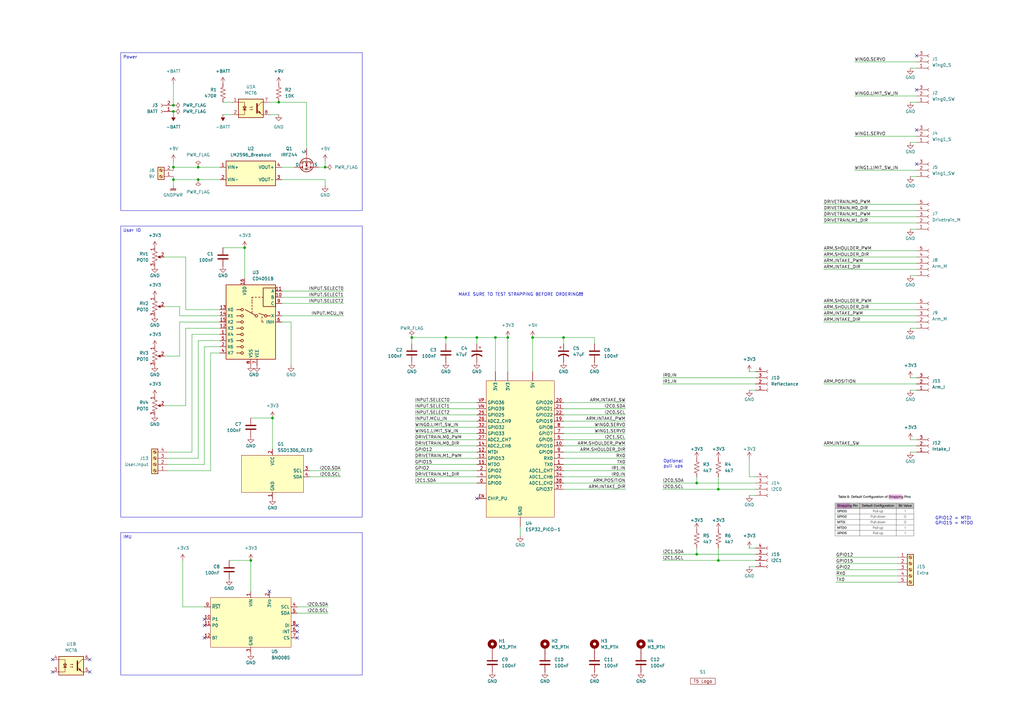
<source format=kicad_sch>
(kicad_sch (version 20250114) (generator "eeschema") (generator_version "9.0")
  (paper "A3")
  (title_block (title "Robot Motherboard") (date "2025-07-03") (rev "A") (company "Team 5") (comment 1 "George Sleen"))
  (bus_alias "WING" (members "MID_HALL_IN" "FAR_HALL_IN" "LIMIT_SW_IN"))
  (text "Optional\npull ups" (at 272.034 190.246 0) (effects (font (size 1.27 1.27)) (justify left)))
  (text "GPIO12 = MTDI\nGPIO15 = MTDO\n" (at 383.54 213.614 0) (effects (font (size 1.27 1.27)) (justify left)))
  (text "MAKE SURE TO TEST STRAPPING BEFORE ORDERING!!!" (at 213.614 120.904 0) (effects (font (size 1.27 1.27))))
  (text_box "User IO" (at 49.53 92.71 0) (size 99.06 119.38) (margins 0.9525 0.9525 0.9525 0.9525) (effects (font (size 1.27 1.27)) (justify left top)))
  (text_box "Power" (at 49.53 21.59 0) (size 99.06 64.77) (margins 0.9525 0.9525 0.9525 0.9525) (effects (font (size 1.27 1.27)) (justify left top)))
  (text_box "IMU" (at 49.53 218.44 0) (size 99.06 58.42) (margins 0.9525 0.9525 0.9525 0.9525) (effects (font (size 1.27 1.27)) (justify left top)))
  (junction (at 168.91 138.43))
  (junction (at 231.14 138.43))
  (junction (at 100.33 101.6))
  (junction (at 71.12 68.58))
  (junction (at 218.44 138.43))
  (junction (at 285.75 198.12))
  (junction (at 285.75 227.33))
  (junction (at 182.88 138.43))
  (junction (at 294.64 200.66))
  (junction (at 294.64 229.87))
  (junction (at 71.12 45.72))
  (junction (at 71.12 73.66))
  (junction (at 102.87 229.87))
  (junction (at 203.2 138.43))
  (junction (at 81.28 68.58))
  (junction (at 133.35 68.58))
  (junction (at 208.28 138.43))
  (junction (at 81.28 73.66))
  (junction (at 71.12 43.18))
  (junction (at 111.76 171.45))
  (junction (at 195.58 138.43))
  (junction (at 114.3 41.91))
  (no_connect (at 36.83 270.51))
  (no_connect (at 195.58 204.47))
  (no_connect (at 21.59 270.51))
  (no_connect (at 21.59 275.59))
  (no_connect (at 121.92 259.08))
  (no_connect (at 83.82 256.54))
  (no_connect (at 375.92 67.31))
  (no_connect (at 83.82 261.62))
  (no_connect (at 375.92 36.83))
  (no_connect (at 121.92 261.62))
  (no_connect (at 36.83 275.59))
  (no_connect (at 375.92 22.86))
  (no_connect (at 375.92 53.34))
  (no_connect (at 110.49 242.57))
  (no_connect (at 121.92 256.54))
  (no_connect (at 83.82 254))
  (wire (pts (xy 218.44 138.43) (xy 231.14 138.43)))
  (wire (pts (xy 337.82 102.87) (xy 375.92 102.87)))
  (wire (pts (xy 86.36 193.04) (xy 68.58 193.04)))
  (wire (pts (xy 375.92 185.42) (xy 373.38 185.42)))
  (wire (pts (xy 203.2 138.43) (xy 195.58 138.43)))
  (wire (pts (xy 90.17 132.08) (xy 73.66 132.08)))
  (wire (pts (xy 83.82 142.24) (xy 90.17 142.24)))
  (wire (pts (xy 91.44 41.91) (xy 95.25 41.91)))
  (wire (pts (xy 271.78 229.87) (xy 294.64 229.87)))
  (wire (pts (xy 373.38 180.34) (xy 375.92 180.34)))
  (wire (pts (xy 170.18 182.88) (xy 195.58 182.88)))
  (wire (pts (xy 182.88 138.43) (xy 195.58 138.43)))
  (wire (pts (xy 114.3 46.99) (xy 110.49 46.99)))
  (wire (pts (xy 309.88 203.2) (xy 307.34 203.2)))
  (wire (pts (xy 102.87 229.87) (xy 102.87 242.57)))
  (wire (pts (xy 309.88 232.41) (xy 307.34 232.41)))
  (wire (pts (xy 120.65 68.58) (xy 115.57 68.58)))
  (wire (pts (xy 342.9 236.22) (xy 368.3 236.22)))
  (wire (pts (xy 350.52 25.4) (xy 375.92 25.4)))
  (wire (pts (xy 115.57 121.92) (xy 140.97 121.92)))
  (wire (pts (xy 337.82 86.36) (xy 375.92 86.36)))
  (wire (pts (xy 134.62 248.92) (xy 121.92 248.92)))
  (wire (pts (xy 375.92 58.42) (xy 373.38 58.42)))
  (wire (pts (xy 375.92 27.94) (xy 373.38 27.94)))
  (wire (pts (xy 294.64 200.66) (xy 309.88 200.66)))
  (wire (pts (xy 170.18 175.26) (xy 195.58 175.26)))
  (wire (pts (xy 140.97 119.38) (xy 115.57 119.38)))
  (wire (pts (xy 337.82 129.54) (xy 375.92 129.54)))
  (wire (pts (xy 168.91 140.97) (xy 168.91 138.43)))
  (wire (pts (xy 71.12 43.18) (xy 71.12 34.29)))
  (wire (pts (xy 294.64 224.79) (xy 294.64 229.87)))
  (wire (pts (xy 168.91 138.43) (xy 182.88 138.43)))
  (wire (pts (xy 133.35 73.66) (xy 133.35 76.2)))
  (wire (pts (xy 208.28 152.4) (xy 208.28 138.43)))
  (wire (pts (xy 71.12 73.66) (xy 71.12 76.2)))
  (wire (pts (xy 307.34 224.79) (xy 309.88 224.79)))
  (wire (pts (xy 203.2 152.4) (xy 203.2 138.43)))
  (wire (pts (xy 86.36 144.78) (xy 86.36 193.04)))
  (wire (pts (xy 170.18 195.58) (xy 195.58 195.58)))
  (wire (pts (xy 140.97 129.54) (xy 115.57 129.54)))
  (wire (pts (xy 342.9 233.68) (xy 368.3 233.68)))
  (wire (pts (xy 91.44 46.99) (xy 95.25 46.99)))
  (wire (pts (xy 73.66 146.05) (xy 67.31 146.05)))
  (wire (pts (xy 76.2 134.62) (xy 76.2 166.37)))
  (wire (pts (xy 90.17 134.62) (xy 76.2 134.62)))
  (wire (pts (xy 307.34 195.58) (xy 309.88 195.58)))
  (wire (pts (xy 170.18 167.64) (xy 195.58 167.64)))
  (wire (pts (xy 83.82 190.5) (xy 83.82 142.24)))
  (wire (pts (xy 91.44 101.6) (xy 100.33 101.6)))
  (wire (pts (xy 342.9 238.76) (xy 368.3 238.76)))
  (wire (pts (xy 337.82 132.08) (xy 375.92 132.08)))
  (wire (pts (xy 111.76 171.45) (xy 111.76 184.15)))
  (wire (pts (xy 256.54 175.26) (xy 231.14 175.26)))
  (wire (pts (xy 119.38 132.08) (xy 115.57 132.08)))
  (wire (pts (xy 256.54 195.58) (xy 231.14 195.58)))
  (wire (pts (xy 256.54 182.88) (xy 231.14 182.88)))
  (wire (pts (xy 337.82 88.9) (xy 375.92 88.9)))
  (wire (pts (xy 170.18 185.42) (xy 195.58 185.42)))
  (wire (pts (xy 67.31 105.41) (xy 76.2 105.41)))
  (wire (pts (xy 195.58 138.43) (xy 195.58 140.97)))
  (wire (pts (xy 170.18 180.34) (xy 195.58 180.34)))
  (wire (pts (xy 294.64 229.87) (xy 309.88 229.87)))
  (wire (pts (xy 256.54 198.12) (xy 231.14 198.12)))
  (wire (pts (xy 93.98 229.87) (xy 102.87 229.87)))
  (wire (pts (xy 256.54 180.34) (xy 231.14 180.34)))
  (wire (pts (xy 133.35 68.58) (xy 130.81 68.58)))
  (wire (pts (xy 256.54 165.1) (xy 231.14 165.1)))
  (wire (pts (xy 285.75 198.12) (xy 309.88 198.12)))
  (wire (pts (xy 231.14 138.43) (xy 243.84 138.43)))
  (wire (pts (xy 375.92 72.39) (xy 373.38 72.39)))
  (wire (pts (xy 337.82 124.46) (xy 375.92 124.46)))
  (wire (pts (xy 90.17 139.7) (xy 81.28 139.7)))
  (wire (pts (xy 76.2 127) (xy 90.17 127)))
  (wire (pts (xy 139.7 195.58) (xy 127 195.58)))
  (wire (pts (xy 74.93 229.87) (xy 74.93 248.92)))
  (wire (pts (xy 375.92 93.98) (xy 373.38 93.98)))
  (wire (pts (xy 307.34 187.96) (xy 307.34 195.58)))
  (wire (pts (xy 337.82 182.88) (xy 375.92 182.88)))
  (wire (pts (xy 256.54 200.66) (xy 231.14 200.66)))
  (wire (pts (xy 73.66 129.54) (xy 90.17 129.54)))
  (wire (pts (xy 337.82 105.41) (xy 375.92 105.41)))
  (wire (pts (xy 256.54 177.8) (xy 231.14 177.8)))
  (wire (pts (xy 243.84 138.43) (xy 243.84 140.97)))
  (wire (pts (xy 350.52 55.88) (xy 375.92 55.88)))
  (wire (pts (xy 76.2 105.41) (xy 76.2 127)))
  (wire (pts (xy 342.9 231.14) (xy 368.3 231.14)))
  (wire (pts (xy 271.78 157.48) (xy 309.88 157.48)))
  (wire (pts (xy 307.34 152.4) (xy 309.88 152.4)))
  (wire (pts (xy 115.57 124.46) (xy 140.97 124.46)))
  (wire (pts (xy 71.12 72.39) (xy 71.12 73.66)))
  (wire (pts (xy 133.35 66.04) (xy 133.35 68.58)))
  (wire (pts (xy 71.12 66.04) (xy 71.12 68.58)))
  (wire (pts (xy 133.35 73.66) (xy 115.57 73.66)))
  (wire (pts (xy 68.58 185.42) (xy 78.74 185.42)))
  (wire (pts (xy 337.82 127) (xy 375.92 127)))
  (wire (pts (xy 375.92 160.02) (xy 373.38 160.02)))
  (wire (pts (xy 256.54 167.64) (xy 231.14 167.64)))
  (wire (pts (xy 170.18 165.1) (xy 195.58 165.1)))
  (wire (pts (xy 119.38 132.08) (xy 119.38 149.86)))
  (wire (pts (xy 90.17 144.78) (xy 86.36 144.78)))
  (wire (pts (xy 170.18 198.12) (xy 195.58 198.12)))
  (wire (pts (xy 294.64 195.58) (xy 294.64 200.66)))
  (wire (pts (xy 100.33 101.6) (xy 100.33 114.3)))
  (wire (pts (xy 271.78 198.12) (xy 285.75 198.12)))
  (wire (pts (xy 375.92 113.03) (xy 373.38 113.03)))
  (wire (pts (xy 285.75 195.58) (xy 285.75 198.12)))
  (wire (pts (xy 256.54 190.5) (xy 231.14 190.5)))
  (wire (pts (xy 78.74 185.42) (xy 78.74 137.16)))
  (wire (pts (xy 375.92 41.91) (xy 373.38 41.91)))
  (wire (pts (xy 114.3 41.91) (xy 110.49 41.91)))
  (wire (pts (xy 81.28 187.96) (xy 68.58 187.96)))
  (wire (pts (xy 125.73 41.91) (xy 114.3 41.91)))
  (wire (pts (xy 170.18 193.04) (xy 195.58 193.04)))
  (wire (pts (xy 74.93 248.92) (xy 83.82 248.92)))
  (wire (pts (xy 81.28 68.58) (xy 90.17 68.58)))
  (wire (pts (xy 170.18 170.18) (xy 195.58 170.18)))
  (wire (pts (xy 337.82 157.48) (xy 375.92 157.48)))
  (wire (pts (xy 256.54 172.72) (xy 231.14 172.72)))
  (wire (pts (xy 134.62 251.46) (xy 121.92 251.46)))
  (wire (pts (xy 337.82 110.49) (xy 375.92 110.49)))
  (wire (pts (xy 76.2 166.37) (xy 67.31 166.37)))
  (wire (pts (xy 78.74 137.16) (xy 90.17 137.16)))
  (wire (pts (xy 71.12 73.66) (xy 81.28 73.66)))
  (wire (pts (xy 309.88 160.02) (xy 307.34 160.02)))
  (wire (pts (xy 375.92 134.62) (xy 373.38 134.62)))
  (wire (pts (xy 213.36 219.71) (xy 213.36 215.9)))
  (wire (pts (xy 337.82 91.44) (xy 375.92 91.44)))
  (wire (pts (xy 68.58 190.5) (xy 83.82 190.5)))
  (wire (pts (xy 71.12 45.72) (xy 71.12 46.99)))
  (wire (pts (xy 81.28 73.66) (xy 90.17 73.66)))
  (wire (pts (xy 73.66 132.08) (xy 73.66 146.05)))
  (wire (pts (xy 271.78 154.94) (xy 309.88 154.94)))
  (wire (pts (xy 256.54 187.96) (xy 231.14 187.96)))
  (wire (pts (xy 231.14 138.43) (xy 231.14 140.97)))
  (wire (pts (xy 350.52 39.37) (xy 375.92 39.37)))
  (wire (pts (xy 170.18 187.96) (xy 195.58 187.96)))
  (wire (pts (xy 285.75 227.33) (xy 309.88 227.33)))
  (wire (pts (xy 170.18 172.72) (xy 195.58 172.72)))
  (wire (pts (xy 170.18 177.8) (xy 195.58 177.8)))
  (wire (pts (xy 350.52 69.85) (xy 375.92 69.85)))
  (wire (pts (xy 285.75 224.79) (xy 285.75 227.33)))
  (wire (pts (xy 337.82 83.82) (xy 375.92 83.82)))
  (wire (pts (xy 271.78 227.33) (xy 285.75 227.33)))
  (wire (pts (xy 256.54 170.18) (xy 231.14 170.18)))
  (wire (pts (xy 256.54 185.42) (xy 231.14 185.42)))
  (wire (pts (xy 203.2 138.43) (xy 208.28 138.43)))
  (wire (pts (xy 218.44 152.4) (xy 218.44 138.43)))
  (wire (pts (xy 373.38 154.94) (xy 375.92 154.94)))
  (wire (pts (xy 125.73 60.96) (xy 125.73 41.91)))
  (wire (pts (xy 342.9 228.6) (xy 368.3 228.6)))
  (wire (pts (xy 337.82 107.95) (xy 375.92 107.95)))
  (wire (pts (xy 67.31 125.73) (xy 73.66 125.73)))
  (wire (pts (xy 139.7 193.04) (xy 127 193.04)))
  (wire (pts (xy 182.88 138.43) (xy 182.88 140.97)))
  (wire (pts (xy 73.66 125.73) (xy 73.66 129.54)))
  (wire (pts (xy 271.78 200.66) (xy 294.64 200.66)))
  (wire (pts (xy 81.28 139.7) (xy 81.28 187.96)))
  (wire (pts (xy 71.12 68.58) (xy 71.12 69.85)))
  (wire (pts (xy 170.18 190.5) (xy 195.58 190.5)))
  (wire (pts (xy 71.12 68.58) (xy 81.28 68.58)))
  (wire (pts (xy 256.54 193.04) (xy 231.14 193.04)))
  (wire (pts (xy 102.87 171.45) (xy 111.76 171.45)))
  (image (at 359.41 212.09))
  (label "DRIVETRAIN.M1_DIR" (at 337.82 91.44 0))
  (label "I2C0.SCL" (at 134.62 251.46 180))
  (label "I2C0.SDA" (at 139.7 193.04 180))
  (label "GPIO2" (at 342.9 233.68 0))
  (label "ARM.SHOULDER_PWM" (at 337.82 102.87 0))
  (label "RX0" (at 342.9 236.22 0))
  (label "ARM.INTAKE_PWM" (at 337.82 107.95 0))
  (label "IR0.IN" (at 271.78 154.94 0))
  (label "DRIVETRAIN.M1_PWM" (at 337.82 88.9 0))
  (label "I2C0.SCL" (at 139.7 195.58 180))
  (label "WING0.SERVO" (at 350.52 25.4 0))
  (label "IR1.IN" (at 256.54 193.04 180))
  (label "ARM.INTAKE_PWM" (at 256.54 172.72 180))
  (label "GPIO12" (at 342.9 228.6 0))
  (label "INPUT.SELECT2" (at 170.18 170.18 0))
  (label "INPUT.MCU_IN" (at 140.97 129.54 180))
  (label "I2C1.SCL" (at 271.78 229.87 0))
  (label "ARM.POSITION" (at 256.54 198.12 180))
  (label "ARM.SHOULDER_DIR" (at 256.54 185.42 180))
  (label "RX0" (at 256.54 187.96 180))
  (label "ARM.SHOULDER_PWM" (at 337.82 124.46 0))
  (label "ARM.SHOULDER_PWM" (at 256.54 182.88 180))
  (label "I2C0.SCL" (at 271.78 200.66 0))
  (label "WING0.LIMIT_SW_IN" (at 350.52 39.37 0))
  (label "GPIO15" (at 170.18 190.5 0))
  (label "ARM.POSITION" (at 337.82 157.48 0))
  (label "GPIO12" (at 170.18 185.42 0))
  (label "TX0" (at 256.54 190.5 180))
  (label "WING1.LIMIT_SW_IN" (at 350.52 69.85 0))
  (label "DRIVETRAIN.M0_DIR" (at 170.18 182.88 0))
  (label "ARM.INTAKE_DIR" (at 337.82 110.49 0))
  (label "WING1.LIMIT_SW_IN" (at 170.18 177.8 0))
  (label "I2C1.SCL" (at 256.54 180.34 180))
  (label "INPUT.SELECT1" (at 140.97 121.92 180))
  (label "I2C1.SDA" (at 170.18 198.12 0))
  (label "DRIVETRAIN.M1_PWM" (at 170.18 187.96 0))
  (label "IR1.IN" (at 271.78 157.48 0))
  (label "WING1.SERVO" (at 350.52 55.88 0))
  (label "DRIVETRAIN.M1_DIR" (at 170.18 195.58 0))
  (label "ARM.INTAKE_SW" (at 256.54 165.1 180))
  (label "WING0.LIMIT_SW_IN" (at 170.18 175.26 0))
  (label "DRIVETRAIN.M0_DIR" (at 337.82 86.36 0))
  (label "I2C0.SCL" (at 256.54 170.18 180))
  (label "INPUT.SELECT0" (at 140.97 119.38 180))
  (label "I2C0.SDA" (at 271.78 198.12 0))
  (label "I2C0.SDA" (at 256.54 167.64 180))
  (label "GPIO15" (at 342.9 231.14 0))
  (label "INPUT.SELECT2" (at 140.97 124.46 180))
  (label "GPIO2" (at 170.18 193.04 0))
  (label "ARM.INTAKE_DIR" (at 256.54 200.66 180))
  (label "I2C1.SDA" (at 271.78 227.33 0))
  (label "ARM.INTAKE_DIR" (at 337.82 132.08 0))
  (label "WING0.SERVO" (at 256.54 175.26 180))
  (label "ARM.SHOULDER_DIR" (at 337.82 105.41 0))
  (label "DRIVETRAIN.M0_PWM" (at 170.18 180.34 0))
  (label "DRIVETRAIN.M0_PWM" (at 337.82 83.82 0))
  (label "I2C0.SDA" (at 134.62 248.92 180))
  (label "WING1.SERVO" (at 256.54 177.8 180))
  (label "TX0" (at 342.9 238.76 0))
  (label "ARM.INTAKE_PWM" (at 337.82 129.54 0))
  (label "IR0.IN" (at 256.54 195.58 180))
  (label "INPUT.SELECT1" (at 170.18 167.64 0))
  (label "ARM.INTAKE_SW" (at 337.82 182.88 0))
  (label "INPUT.MCU_IN" (at 170.18 172.72 0))
  (label "INPUT.SELECT0" (at 170.18 165.1 0))
  (label "ARM.SHOULDER_DIR" (at 337.82 127 0))
  (symbol (lib_id "GS_Resistor_THT:R_250mW") (at 285.75 220.98 0) (unit 1)
    (property "Reference" "R5" (at 288.29 219.7099 0) (effects (justify left)))
    (property "Value" "4k7" (at 288.29 222.2499 0) (effects (justify left)))
    (property "Footprint" "Resistor_THT:R_Axial_DIN0309_L9.0mm_D3.2mm_P12.70mm_Horizontal" (effects (hide yes)))
    (property "Description" "Resistor, US symbol" (effects (hide yes)))
  )
  (symbol (lib_id "Connector:Conn_01x05_Socket") (at 381 107.95 0) (mirror x) (unit 1)
    (property "Reference" "J8" (at 382.27 106.68 0) (effects (justify left)))
    (property "Value" "Arm_M" (at 382.27 109.22 0) (effects (justify left)))
    (property "Footprint" "Connector_JST:JST_XH_B6B-XH-A_1x06_P2.50mm_Vertical" (effects (hide yes)))
    (property "Description" "Generic connector, single row, 01x05, script generated" (effects (hide yes)))
  )
  (symbol (lib_id "power:-BATT") (at 71.12 46.99 180) (unit 1)
    (property "Reference" "#PWR06" (effects (hide yes)))
    (property "Value" "-BATT" (at 71.12 52.07 0))
    (property "Description" "Power symbol creates a global label with name \"-BATT\"" (effects (hide yes)))
  )
  (symbol (lib_id "power:GND") (at 102.87 267.97 0) (unit 1)
    (property "Reference" "#PWR059" (effects (hide yes)))
    (property "Value" "GND" (at 102.87 271.78 0))
    (property "Description" "Power symbol creates a global label with name \"GND\" , ground" (effects (hide yes)))
  )
  (symbol (lib_id "GS_Resistor_THT:R_250mW") (at 114.3 38.1 180) (unit 1)
    (property "Reference" "R2" (at 116.84 36.8299 0) (effects (justify right)))
    (property "Value" "10K" (at 116.84 39.3699 0) (effects (justify right)))
    (property "Footprint" "Resistor_THT:R_Axial_DIN0309_L9.0mm_D3.2mm_P12.70mm_Horizontal" (effects (hide yes)))
    (property "Description" "Resistor, US symbol" (effects (hide yes)))
  )
  (symbol (lib_id "power:GND") (at 373.38 72.39 0) (unit 1)
    (property "Reference" "#PWR012" (effects (hide yes)))
    (property "Value" "GND" (at 373.38 76.2 0))
    (property "Description" "Power symbol creates a global label with name \"GND\" , ground" (effects (hide yes)))
  )
  (symbol (lib_id "power:GND") (at 201.93 275.59 0) (unit 1)
    (property "Reference" "#PWR060" (effects (hide yes)))
    (property "Value" "GND" (at 201.93 279.4 0))
    (property "Description" "Power symbol creates a global label with name \"GND\" , ground" (effects (hide yes)))
  )
  (symbol (lib_id "power:+3V3") (at 307.34 187.96 0) (unit 1)
    (property "Reference" "#PWR048" (effects (hide yes)))
    (property "Value" "+3V3" (at 307.34 184.15 0))
    (property "Description" "Power symbol creates a global label with name \"+3V3\"" (effects (hide yes)))
  )
  (symbol (lib_id "Connector:Conn_01x05_Socket") (at 381 88.9 0) (mirror x) (unit 1)
    (property "Reference" "J7" (at 382.27 87.63 0) (effects (justify left)))
    (property "Value" "Drivetrain_M" (at 382.27 90.17 0) (effects (justify left)))
    (property "Footprint" "Connector_JST:JST_XH_B6B-XH-A_1x06_P2.50mm_Vertical" (effects (hide yes)))
    (property "Description" "Generic connector, single row, 01x05, script generated" (effects (hide yes)))
  )
  (symbol (lib_id "power:+9V") (at 114.3 34.29 0) (unit 1)
    (property "Reference" "#PWR04" (effects (hide yes)))
    (property "Value" "+9V" (at 114.3 29.21 0))
    (property "Description" "Power symbol creates a global label with name \"+9V\"" (effects (hide yes)))
  )
  (symbol (lib_id "power:GND") (at 373.38 41.91 0) (unit 1)
    (property "Reference" "#PWR05" (effects (hide yes)))
    (property "Value" "GND" (at 373.38 45.72 0))
    (property "Description" "Power symbol creates a global label with name \"GND\" , ground" (effects (hide yes)))
  )
  (symbol (lib_id "power:PWR_FLAG") (at 81.28 68.58 0) (unit 1)
    (property "Reference" "#FLG03" (effects (hide yes)))
    (property "Value" "PWR_FLAG" (at 81.28 63.5 0))
    (property "Description" "Special symbol for telling ERC where power comes from" (effects (hide yes)))
  )
  (symbol (lib_id "GS_Connectors:Screw_Terminal_01x02_2.54mm_Xinya") (at 66.04 71.12 180) (unit 1)
    (property "Reference" "J6" (at 63.5 69.85 0) (effects (justify left)))
    (property "Value" "9V" (at 63.5 72.39 0) (effects (justify left)))
    (property "Footprint" "TerminalBlock:TerminalBlock_Xinya_XY308-2.54-2P_1x02_P2.54mm_Horizontal" (effects (hide yes)))
    (property "Description" "Generic screw terminal, single row, 01x02, script generated (kicad-library-utils/schlib/autogen/connector/)" (effects (hide yes)))
  )
  (symbol (lib_id "Device:R_Potentiometer_US") (at 63.5 125.73 0) (unit 1)
    (property "Reference" "RV2" (at 60.96 124.4599 0) (effects (justify right)))
    (property "Value" "POT0" (at 60.96 126.9999 0) (effects (justify right)))
    (property "Footprint" "GS_Resistors:ENPH253_Potentiometer" (effects (hide yes)))
    (property "Description" "Potentiometer, US symbol" (effects (hide yes)))
  )
  (symbol (lib_id "power:-BATT") (at 91.44 46.99 180) (unit 1)
    (property "Reference" "#PWR07" (effects (hide yes)))
    (property "Value" "-BATT" (at 91.44 52.07 0))
    (property "Description" "Power symbol creates a global label with name \"-BATT\"" (effects (hide yes)))
  )
  (symbol (lib_id "Connector:Screw_Terminal_01x04") (at 63.5 190.5 180) (unit 1)
    (property "Reference" "J13" (at 60.96 187.96 0) (effects (justify left)))
    (property "Value" "User.Input" (at 60.96 190.5 0) (effects (justify left)))
    (property "Footprint" "TerminalBlock:TerminalBlock_Xinya_XY308-2.54-4P_1x04_P2.54mm_Horizontal" (effects (hide yes)))
    (property "Description" "Generic screw terminal, single row, 01x04, script generated (kicad-library-utils/schlib/autogen/connector/)" (effects (hide yes)))
  )
  (symbol (lib_id "power:PWR_FLAG") (at 81.28 73.66 180) (unit 1)
    (property "Reference" "#FLG05" (effects (hide yes)))
    (property "Value" "PWR_FLAG" (at 81.28 78.74 0))
    (property "Description" "Special symbol for telling ERC where power comes from" (effects (hide yes)))
  )
  (symbol (lib_id "power:GND") (at 373.38 160.02 0) (unit 1)
    (property "Reference" "#PWR039" (effects (hide yes)))
    (property "Value" "GND" (at 373.38 163.83 0))
    (property "Description" "Power symbol creates a global label with name \"GND\" , ground" (effects (hide yes)))
  )
  (symbol (lib_id "Connector:Conn_01x03_Socket") (at 381 182.88 0) (mirror x) (unit 1)
    (property "Reference" "J12" (at 382.27 181.61 0) (effects (justify left)))
    (property "Value" "Intake_I" (at 382.27 184.15 0) (effects (justify left)))
    (property "Footprint" "Connector_JST:JST_XH_B3B-XH-A_1x03_P2.50mm_Vertical" (effects (hide yes)))
    (property "Description" "Generic connector, single row, 01x03, script generated" (effects (hide yes)))
  )
  (symbol (lib_id "power:GND") (at 243.84 148.59 0) (unit 1)
    (property "Reference" "#PWR031" (effects (hide yes)))
    (property "Value" "GND" (at 243.84 152.4 0))
    (property "Description" "Power symbol creates a global label with name \"GND\" , ground" (effects (hide yes)))
  )
  (symbol (lib_id "power:GND") (at 93.98 237.49 0) (unit 1)
    (property "Reference" "#PWR058" (effects (hide yes)))
    (property "Value" "GND" (at 93.98 241.3 0))
    (property "Description" "Power symbol creates a global label with name \"GND\" , ground" (effects (hide yes)))
  )
  (symbol (lib_id "power:PWR_FLAG") (at 133.35 68.58 270) (unit 1)
    (property "Reference" "#FLG04" (effects (hide yes)))
    (property "Value" "PWR_FLAG" (at 137.16 68.5799 90) (effects (justify left)))
    (property "Description" "Special symbol for telling ERC where power comes from" (effects (hide yes)))
  )
  (symbol (lib_id "Connector:Conn_01x02_Socket") (at 66.04 45.72 180) (unit 1)
    (property "Reference" "J3" (at 64.77 43.18 0) (effects (justify left)))
    (property "Value" "BATT" (at 64.77 45.72 0) (effects (justify left)))
    (property "Footprint" "Connector_JST:JST_XH_B2B-XH-A_1x02_P2.50mm_Vertical" (effects (hide yes)))
    (property "Description" "Generic connector, single row, 01x02, script generated" (effects (hide yes)))
  )
  (symbol (lib_id "power:+3V3") (at 63.5 162.56 0) (unit 1)
    (property "Reference" "#PWR040" (effects (hide yes)))
    (property "Value" "+3V3" (at 63.5 157.48 0))
    (property "Description" "Power symbol creates a global label with name \"+3V3\"" (effects (hide yes)))
  )
  (symbol (lib_id "Connector:Conn_01x04_Socket") (at 314.96 157.48 0) (mirror x) (unit 1)
    (property "Reference" "J10" (at 316.23 154.94 0) (effects (justify left)))
    (property "Value" "Reflectance" (at 316.23 157.48 0) (effects (justify left)))
    (property "Footprint" "Connector_JST:JST_XH_B4B-XH-A_1x04_P2.50mm_Vertical" (effects (hide yes)))
    (property "Description" "Generic connector, single row, 01x04, script generated" (effects (hide yes)))
  )
  (symbol (lib_id "power:+3V3") (at 307.34 152.4 0) (unit 1)
    (property "Reference" "#PWR036" (effects (hide yes)))
    (property "Value" "+3V3" (at 307.34 147.32 0))
    (property "Description" "Power symbol creates a global label with name \"+3V3\"" (effects (hide yes)))
  )
  (symbol (lib_id "power:GND") (at 63.5 170.18 0) (mirror y) (unit 1)
    (property "Reference" "#PWR041" (effects (hide yes)))
    (property "Value" "GND" (at 63.5 173.99 0))
    (property "Description" "Power symbol creates a global label with name \"GND\" , ground" (effects (hide yes)))
  )
  (symbol (lib_id "GS_Resistor_THT:R_250mW") (at 285.75 191.77 0) (unit 1)
    (property "Reference" "R3" (at 288.29 190.4999 0) (effects (justify left)))
    (property "Value" "4k7" (at 288.29 193.0399 0) (effects (justify left)))
    (property "Footprint" "Resistor_THT:R_Axial_DIN0309_L9.0mm_D3.2mm_P12.70mm_Horizontal" (effects (hide yes)))
    (property "Description" "Resistor, US symbol" (effects (hide yes)))
  )
  (symbol (lib_id "power:+BATT") (at 71.12 34.29 0) (unit 1)
    (property "Reference" "#PWR02" (effects (hide yes)))
    (property "Value" "+BATT" (at 71.12 29.21 0))
    (property "Description" "Power symbol creates a global label with name \"+BATT\"" (effects (hide yes)))
  )
  (symbol (lib_id "power:GND") (at 373.38 113.03 0) (unit 1)
    (property "Reference" "#PWR020" (effects (hide yes)))
    (property "Value" "GND" (at 373.38 116.84 0))
    (property "Description" "Power symbol creates a global label with name \"GND\" , ground" (effects (hide yes)))
  )
  (symbol (lib_id "Connector:Conn_01x04_Socket") (at 314.96 200.66 0) (mirror x) (unit 1)
    (property "Reference" "J14" (at 316.23 198.12 0) (effects (justify left)))
    (property "Value" "I2C0" (at 316.23 200.66 0) (effects (justify left)))
    (property "Footprint" "Connector_JST:JST_XH_B4B-XH-A_1x04_P2.50mm_Vertical" (effects (hide yes)))
    (property "Description" "Generic connector, single row, 01x04, script generated" (effects (hide yes)))
  )
  (symbol (lib_id "power:+9V") (at 71.12 66.04 0) (unit 1)
    (property "Reference" "#PWR010" (effects (hide yes)))
    (property "Value" "+9V" (at 71.12 60.96 0))
    (property "Description" "Power symbol creates a global label with name \"+9V\"" (effects (hide yes)))
  )
  (symbol (lib_id "power:PWR_FLAG") (at 168.91 138.43 0) (mirror y) (unit 1)
    (property "Reference" "#FLG06" (effects (hide yes)))
    (property "Value" "PWR_FLAG" (at 168.9101 134.62 0))
    (property "Description" "Special symbol for telling ERC where power comes from" (effects (hide yes)))
  )
  (symbol (lib_id "GS_Development_Boards:ESP32-PICO-KIT-1") (at 213.36 184.15 0) (unit 1)
    (property "Reference" "U4" (at 215.5033 214.63 0) (effects (justify left)))
    (property "Value" "ESP32_PICO-1" (at 215.5033 217.17 0) (effects (justify left)))
    (property "Footprint" "GS_Development_Boards:ESP32_PICO_1_DEV_KIT" (effects (hide yes)))
    (property "Datasheet" "https://docs.espressif.com/projects/esp-idf/en/v4.4/esp32/hw-reference/esp32/get-started-pico-kit-1.html" (effects (hide yes)))
    (property "Description" "ESP32 development board" (effects (hide yes)))
    (pin "38" (alternate "ADC1_CH2"))
    (pin "15" (alternate "MTDO"))
    (pin "14" (alternate "ADC2_CH6"))
    (pin "35" (alternate "ADC1_CH7"))
    (pin "32" (alternate "GPIO32"))
    (pin "33" (alternate "GPIO33"))
    (pin "34" (alternate "ADC1_CH6"))
    (pin "12" (alternate "MTDI"))
    (pin "13" (alternate "GPIO13"))
    (pin "26" (alternate "ADC2_CH9"))
    (pin "27" (alternate "ADC2_CH7"))
  )
  (symbol (lib_id "GS_Capacitor_THT:C_THT_Ceramic_Disk") (at 182.88 144.78 0) (mirror y) (unit 1)
    (property "Reference" "C3" (at 179.07 143.5099 0) (effects (justify left)))
    (property "Value" "100nF" (at 179.07 146.0499 0) (effects (justify left)))
    (property "Footprint" "Capacitor_THT:C_Disc_D3.0mm_W2.0mm_P2.50mm" (effects (hide yes)))
    (property "Description" "Unpolarized Capacitor" (effects (hide yes)))
  )
  (symbol (lib_id "power:+5V") (at 133.35 66.04 0) (unit 1)
    (property "Reference" "#PWR011" (effects (hide yes)))
    (property "Value" "+5V" (at 133.35 60.96 0))
    (property "Description" "Power symbol creates a global label with name \"+5V\"" (effects (hide yes)))
  )
  (symbol (lib_id "Mechanical:MountingHole_Pad") (at 223.52 265.43 0) (unit 1) (in_bom no)
    (property "Reference" "H2" (at 226.06 262.8899 0) (effects (justify left)))
    (property "Value" "M3_PTH" (at 226.06 265.4299 0) (effects (justify left)))
    (property "Footprint" "MountingHole:MountingHole_3.2mm_M3_Pad" (effects (hide yes)))
    (property "Description" "Mounting Hole with connection" (effects (hide yes)))
  )
  (symbol (lib_id "power:GND") (at 262.89 275.59 0) (unit 1)
    (property "Reference" "#PWR063" (effects (hide yes)))
    (property "Value" "GND" (at 262.89 279.4 0))
    (property "Description" "Power symbol creates a global label with name \"GND\" , ground" (effects (hide yes)))
  )
  (symbol (lib_id "power:+3V3") (at 285.75 217.17 0) (unit 1)
    (property "Reference" "#PWR051" (effects (hide yes)))
    (property "Value" "+3V3" (at 285.75 213.36 0))
    (property "Description" "Power symbol creates a global label with name \"+3V3\"" (effects (hide yes)))
  )
  (symbol (lib_id "GS_Capacitor_THT:C_THT_Ceramic_Disk") (at 243.84 144.78 0) (unit 1)
    (property "Reference" "C6" (at 247.65 143.5099 0) (effects (justify left)))
    (property "Value" "100nF" (at 247.65 146.0499 0) (effects (justify left)))
    (property "Footprint" "Capacitor_THT:C_Disc_D3.0mm_W2.0mm_P2.50mm" (effects (hide yes)))
    (property "Description" "Unpolarized Capacitor" (effects (hide yes)))
  )
  (symbol (lib_id "power:+3V3") (at 111.76 171.45 0) (unit 1)
    (property "Reference" "#PWR042" (effects (hide yes)))
    (property "Value" "+3V3" (at 111.76 166.37 0))
    (property "Description" "Power symbol creates a global label with name \"+3V3\"" (effects (hide yes)))
  )
  (symbol (lib_id "power:+3V3") (at 63.5 121.92 0) (unit 1)
    (property "Reference" "#PWR021" (effects (hide yes)))
    (property "Value" "+3V3" (at 63.5 116.84 0))
    (property "Description" "Power symbol creates a global label with name \"+3V3\"" (effects (hide yes)))
  )
  (symbol (lib_id "Connector:Conn_01x03_Socket") (at 381 25.4 0) (mirror x) (unit 1)
    (property "Reference" "J1" (at 382.27 24.13 0) (effects (justify left)))
    (property "Value" "Wing0_S" (at 382.27 26.67 0) (effects (justify left)))
    (property "Footprint" "Connector_JST:JST_XH_B3B-XH-A_1x03_P2.50mm_Vertical" (effects (hide yes)))
    (property "Description" "Generic connector, single row, 01x03, script generated" (effects (hide yes)))
  )
  (symbol (lib_id "power:GND") (at 114.3 46.99 0) (unit 1)
    (property "Reference" "#PWR08" (effects (hide yes)))
    (property "Value" "GND" (at 114.3 52.07 0))
    (property "Description" "Power symbol creates a global label with name \"GND\" , ground" (effects (hide yes)))
  )
  (symbol (lib_id "Device:R_Potentiometer_US") (at 63.5 105.41 0) (unit 1)
    (property "Reference" "RV1" (at 60.96 104.1399 0) (effects (justify right)))
    (property "Value" "POT0" (at 60.96 106.6799 0) (effects (justify right)))
    (property "Footprint" "GS_Resistors:ENPH253_Potentiometer" (effects (hide yes)))
    (property "Description" "Potentiometer, US symbol" (effects (hide yes)))
  )
  (symbol (lib_id "power:GND") (at 111.76 204.47 0) (unit 1)
    (property "Reference" "#PWR050" (effects (hide yes)))
    (property "Value" "GND" (at 111.76 208.28 0))
    (property "Description" "Power symbol creates a global label with name \"GND\" , ground" (effects (hide yes)))
  )
  (symbol (lib_id "GS_Capacitor_THT:C_THT_Ceramic_Disk") (at 223.52 271.78 0) (unit 1)
    (property "Reference" "C10" (at 227.33 270.5099 0) (effects (justify left)))
    (property "Value" "100nF" (at 227.33 273.0499 0) (effects (justify left)))
    (property "Footprint" "Capacitor_THT:C_Disc_D3.0mm_W2.0mm_P2.50mm" (effects (hide yes)))
    (property "Description" "Unpolarized Capacitor" (effects (hide yes)))
  )
  (symbol (lib_id "Connector:Conn_01x03_Socket") (at 381 55.88 0) (mirror x) (unit 1)
    (property "Reference" "J4" (at 382.27 54.61 0) (effects (justify left)))
    (property "Value" "Wing1_S" (at 382.27 57.15 0) (effects (justify left)))
    (property "Footprint" "Connector_JST:JST_XH_B3B-XH-A_1x03_P2.50mm_Vertical" (effects (hide yes)))
    (property "Description" "Generic connector, single row, 01x03, script generated" (effects (hide yes)))
  )
  (symbol (lib_id "power:GND") (at 63.5 109.22 0) (mirror y) (unit 1)
    (property "Reference" "#PWR018" (effects (hide yes)))
    (property "Value" "GND" (at 63.5 113.03 0))
    (property "Description" "Power symbol creates a global label with name \"GND\" , ground" (effects (hide yes)))
  )
  (symbol (lib_id "power:+BATT") (at 91.44 34.29 0) (unit 1)
    (property "Reference" "#PWR03" (effects (hide yes)))
    (property "Value" "+BATT" (at 91.44 29.21 0))
    (property "Description" "Power symbol creates a global label with name \"+BATT\"" (effects (hide yes)))
  )
  (symbol (lib_id "GS_Capacitor_THT:C_THT_Ceramic_Disk") (at 243.84 271.78 0) (unit 1)
    (property "Reference" "C11" (at 247.65 270.5099 0) (effects (justify left)))
    (property "Value" "100nF" (at 247.65 273.0499 0) (effects (justify left)))
    (property "Footprint" "Capacitor_THT:C_Disc_D3.0mm_W2.0mm_P2.50mm" (effects (hide yes)))
    (property "Description" "Unpolarized Capacitor" (effects (hide yes)))
  )
  (symbol (lib_id "GS_Capacitor_THT:C_THT_Electrolytic_Radial") (at 195.58 144.78 0) (mirror y) (unit 1)
    (property "Reference" "C4" (at 191.77 142.8749 0) (effects (justify left)))
    (property "Value" "47uF" (at 191.77 145.4149 0) (effects (justify left)))
    (property "Footprint" "Capacitor_THT:CP_Radial_D5.0mm_P2.00mm" (effects (hide yes)))
    (property "Description" "Polarized THT Capacitor" (effects (hide yes)))
  )
  (symbol (lib_id "power:+3V3") (at 285.75 187.96 0) (unit 1)
    (property "Reference" "#PWR046" (effects (hide yes)))
    (property "Value" "+3V3" (at 285.75 184.15 0))
    (property "Description" "Power symbol creates a global label with name \"+3V3\"" (effects (hide yes)))
  )
  (symbol (lib_id "Connector:Conn_01x03_Socket") (at 381 69.85 0) (mirror x) (unit 1)
    (property "Reference" "J5" (at 382.27 68.58 0) (effects (justify left)))
    (property "Value" "Wing1_SW" (at 382.27 71.12 0) (effects (justify left)))
    (property "Footprint" "Connector_JST:JST_XH_B3B-XH-A_1x03_P2.50mm_Vertical" (effects (hide yes)))
    (property "Description" "Generic connector, single row, 01x03, script generated" (effects (hide yes)))
  )
  (symbol (lib_id "Connector:Conn_01x03_Socket") (at 381 39.37 0) (mirror x) (unit 1)
    (property "Reference" "J2" (at 382.27 38.1 0) (effects (justify left)))
    (property "Value" "Wing0_SW" (at 382.27 40.64 0) (effects (justify left)))
    (property "Footprint" "Connector_JST:JST_XH_B3B-XH-A_1x03_P2.50mm_Vertical" (effects (hide yes)))
    (property "Description" "Generic connector, single row, 01x03, script generated" (effects (hide yes)))
  )
  (symbol (lib_id "power:GND") (at 373.38 27.94 0) (unit 1)
    (property "Reference" "#PWR01" (effects (hide yes)))
    (property "Value" "GND" (at 373.38 31.75 0))
    (property "Description" "Power symbol creates a global label with name \"GND\" , ground" (effects (hide yes)))
  )
  (symbol (lib_id "GS_Optoelectronic:MCT6") (at 29.21 273.05 0) (unit 2)
    (property "Reference" "U1" (at 29.21 264.16 0))
    (property "Value" "MCT6" (at 29.21 266.7 0))
    (property "Footprint" "Package_DIP:DIP-8_W7.62mm_LongPads" (effects (hide yes)))
    (property "Datasheet" "https://www.mouser.com/datasheet/2/149/MCT6-1011122.pdf" (effects (hide yes)))
    (property "Description" "DC Optocoupler, DIP-8" (effects (hide yes)))
  )
  (symbol (lib_id "power:+3V3") (at 294.64 217.17 0) (unit 1)
    (property "Reference" "#PWR052" (effects (hide yes)))
    (property "Value" "+3V3" (at 294.64 213.36 0))
    (property "Description" "Power symbol creates a global label with name \"+3V3\"" (effects (hide yes)))
  )
  (symbol (lib_id "Connector:Conn_01x04_Socket") (at 314.96 229.87 0) (mirror x) (unit 1)
    (property "Reference" "J16" (at 316.23 227.33 0) (effects (justify left)))
    (property "Value" "I2C1" (at 316.23 229.87 0) (effects (justify left)))
    (property "Footprint" "Connector_JST:JST_XH_B4B-XH-A_1x04_P2.50mm_Vertical" (effects (hide yes)))
    (property "Description" "Generic connector, single row, 01x04, script generated" (effects (hide yes)))
  )
  (symbol (lib_id "power:+3V3") (at 63.5 142.24 0) (unit 1)
    (property "Reference" "#PWR026" (effects (hide yes)))
    (property "Value" "+3V3" (at 63.5 137.16 0))
    (property "Description" "Power symbol creates a global label with name \"+3V3\"" (effects (hide yes)))
  )
  (symbol (lib_id "Analog_Switch:CD4051B") (at 102.87 132.08 0) (mirror y) (unit 1)
    (property "Reference" "U3" (at 103.4481 111.76 0) (effects (justify right)))
    (property "Value" "CD4051B" (at 103.4481 114.3 0) (effects (justify right)))
    (property "Footprint" "Package_DIP:DIP-16_W7.62mm_LongPads" (effects (hide yes)))
    (property "Datasheet" "http://www.ti.com/lit/ds/symlink/cd4052b.pdf" (effects (hide yes)))
    (property "Description" "CMOS single 8-channel analog multiplexer demultiplexer, TSSOP-16/DIP-16/SOIC-16" (effects (hide yes)))
  )
  (symbol (lib_id "power:GND") (at 373.38 58.42 0) (unit 1)
    (property "Reference" "#PWR09" (effects (hide yes)))
    (property "Value" "GND" (at 373.38 62.23 0))
    (property "Description" "Power symbol creates a global label with name \"GND\" , ground" (effects (hide yes)))
  )
  (symbol (lib_id "Connector:Conn_01x03_Socket") (at 381 157.48 0) (mirror x) (unit 1)
    (property "Reference" "J11" (at 382.27 156.21 0) (effects (justify left)))
    (property "Value" "Arm_I" (at 382.27 158.75 0) (effects (justify left)))
    (property "Footprint" "Connector_JST:JST_XH_B3B-XH-A_1x03_P2.50mm_Vertical" (effects (hide yes)))
    (property "Description" "Generic connector, single row, 01x03, script generated" (effects (hide yes)))
  )
  (symbol (lib_id "GS_Capacitor_THT:C_THT_Electrolytic_Radial") (at 231.14 144.78 0) (unit 1)
    (property "Reference" "C5" (at 234.95 142.8749 0) (effects (justify left)))
    (property "Value" "47uF" (at 234.95 145.4149 0) (effects (justify left)))
    (property "Footprint" "Capacitor_THT:CP_Radial_D5.0mm_P2.00mm" (effects (hide yes)))
    (property "Description" "Polarized THT Capacitor" (effects (hide yes)))
  )
  (symbol (lib_id "power:GND") (at 307.34 203.2 0) (unit 1)
    (property "Reference" "#PWR049" (effects (hide yes)))
    (property "Value" "GND" (at 307.34 207.01 0))
    (property "Description" "Power symbol creates a global label with name \"GND\" , ground" (effects (hide yes)))
  )
  (symbol (lib_id "Mechanical:MountingHole_Pad") (at 243.84 265.43 0) (unit 1) (in_bom no)
    (property "Reference" "H3" (at 246.38 262.8899 0) (effects (justify left)))
    (property "Value" "M3_PTH" (at 246.38 265.4299 0) (effects (justify left)))
    (property "Footprint" "MountingHole:MountingHole_3.2mm_M3_Pad" (effects (hide yes)))
    (property "Description" "Mounting Hole with connection" (effects (hide yes)))
  )
  (symbol (lib_id "Connector:Screw_Terminal_01x05") (at 373.38 233.68 0) (unit 1)
    (property "Reference" "J15" (at 375.92 232.4099 0) (effects (justify left)))
    (property "Value" "Extra" (at 375.92 234.9499 0) (effects (justify left)))
    (property "Footprint" "TerminalBlock:TerminalBlock_Xinya_XY308-2.54-5P_1x05_P2.54mm_Horizontal" (effects (hide yes)))
    (property "Description" "Generic screw terminal, single row, 01x05, script generated (kicad-library-utils/schlib/autogen/connector/)" (effects (hide yes)))
  )
  (symbol (lib_id "power:GND") (at 307.34 160.02 0) (unit 1)
    (property "Reference" "#PWR038" (effects (hide yes)))
    (property "Value" "GND" (at 307.34 163.83 0))
    (property "Description" "Power symbol creates a global label with name \"GND\" , ground" (effects (hide yes)))
  )
  (symbol (lib_id "GS_Optoelectronic:MCT6") (at 102.87 44.45 0) (unit 1)
    (property "Reference" "U1" (at 102.87 35.56 0))
    (property "Value" "MCT6" (at 102.87 38.1 0))
    (property "Footprint" "Package_DIP:DIP-8_W7.62mm_LongPads" (effects (hide yes)))
    (property "Datasheet" "https://www.mouser.com/datasheet/2/149/MCT6-1011122.pdf" (effects (hide yes)))
    (property "Description" "DC Optocoupler, DIP-8" (effects (hide yes)))
  )
  (symbol (lib_id "power:PWR_FLAG") (at 71.12 43.18 270) (unit 1)
    (property "Reference" "#FLG01" (effects (hide yes)))
    (property "Value" "PWR_FLAG" (at 74.93 43.1799 90) (effects (justify left)))
    (property "Description" "Special symbol for telling ERC where power comes from" (effects (hide yes)))
  )
  (symbol (lib_id "power:GND") (at 105.41 149.86 0) (unit 1)
    (property "Reference" "#PWR034" (effects (hide yes)))
    (property "Value" "GND" (effects (hide yes)))
    (property "Description" "Power symbol creates a global label with name \"GND\" , ground" (effects (hide yes)))
  )
  (symbol (lib_id "Mechanical:MountingHole_Pad") (at 262.89 265.43 0) (unit 1) (in_bom no)
    (property "Reference" "H4" (at 265.43 262.8899 0) (effects (justify left)))
    (property "Value" "M3_PTH" (at 265.43 265.4299 0) (effects (justify left)))
    (property "Footprint" "MountingHole:MountingHole_3.2mm_M3_Pad" (effects (hide yes)))
    (property "Description" "Mounting Hole with connection" (effects (hide yes)))
  )
  (symbol (lib_id "power:GND") (at 168.91 148.59 0) (unit 1)
    (property "Reference" "#PWR027" (effects (hide yes)))
    (property "Value" "GND" (at 168.91 152.4 0))
    (property "Description" "Power symbol creates a global label with name \"GND\" , ground" (effects (hide yes)))
  )
  (symbol (lib_id "GS_Resistor_THT:R_250mW") (at 91.44 38.1 0) (mirror x) (unit 1)
    (property "Reference" "R1" (at 88.9 36.8299 0) (effects (justify right)))
    (property "Value" "470R" (at 88.9 39.3699 0) (effects (justify right)))
    (property "Footprint" "Resistor_THT:R_Axial_DIN0309_L9.0mm_D3.2mm_P12.70mm_Horizontal" (effects (hide yes)))
    (property "Description" "Resistor, US symbol" (effects (hide yes)))
  )
  (symbol (lib_id "power:GND") (at 213.36 219.71 0) (unit 1)
    (property "Reference" "#PWR053" (effects (hide yes)))
    (property "Value" "GND" (at 213.36 223.52 0))
    (property "Description" "Power symbol creates a global label with name \"GND\" , ground" (effects (hide yes)))
  )
  (symbol (lib_id "GS_Resistor_THT:R_250mW") (at 294.64 220.98 0) (unit 1)
    (property "Reference" "R6" (at 297.18 219.7099 0) (effects (justify left)))
    (property "Value" "4k7" (at 297.18 222.2499 0) (effects (justify left)))
    (property "Footprint" "Resistor_THT:R_Axial_DIN0309_L9.0mm_D3.2mm_P12.70mm_Horizontal" (effects (hide yes)))
    (property "Description" "Resistor, US symbol" (effects (hide yes)))
  )
  (symbol (lib_id "power:GND") (at 102.87 149.86 0) (unit 1)
    (property "Reference" "#PWR033" (effects (hide yes)))
    (property "Value" "GND" (at 104.14 153.67 0))
    (property "Description" "Power symbol creates a global label with name \"GND\" , ground" (effects (hide yes)))
  )
  (symbol (lib_id "power:GND") (at 133.35 76.2 0) (unit 1)
    (property "Reference" "#PWR014" (effects (hide yes)))
    (property "Value" "GND" (at 133.35 80.01 0))
    (property "Description" "Power symbol creates a global label with name \"GND\" , ground" (effects (hide yes)))
  )
  (symbol (lib_id "power:GND") (at 373.38 134.62 0) (unit 1)
    (property "Reference" "#PWR023" (effects (hide yes)))
    (property "Value" "GND" (at 373.38 138.43 0))
    (property "Description" "Power symbol creates a global label with name \"GND\" , ground" (effects (hide yes)))
  )
  (symbol (lib_id "power:+3V3") (at 102.87 229.87 0) (unit 1)
    (property "Reference" "#PWR056" (effects (hide yes)))
    (property "Value" "+3V3" (at 102.87 224.79 0))
    (property "Description" "Power symbol creates a global label with name \"+3V3\"" (effects (hide yes)))
  )
  (symbol (lib_id "GS_Capacitor_THT:C_THT_Ceramic_Disk") (at 93.98 233.68 0) (mirror y) (unit 1)
    (property "Reference" "C8" (at 90.17 232.4099 0) (effects (justify left)))
    (property "Value" "100nF" (at 90.17 234.9499 0) (effects (justify left)))
    (property "Footprint" "Capacitor_THT:C_Disc_D3.0mm_W2.0mm_P2.50mm" (effects (hide yes)))
    (property "Description" "Unpolarized Capacitor" (effects (hide yes)))
  )
  (symbol (lib_id "power:+3V3") (at 208.28 138.43 0) (unit 1)
    (property "Reference" "#PWR024" (effects (hide yes)))
    (property "Value" "+3V3" (at 208.28 133.35 0))
    (property "Description" "Power symbol creates a global label with name \"+3V3\"" (effects (hide yes)))
  )
  (symbol (lib_id "power:+3V3") (at 100.33 101.6 0) (unit 1)
    (property "Reference" "#PWR017" (effects (hide yes)))
    (property "Value" "+3V3" (at 100.33 96.52 0))
    (property "Description" "Power symbol creates a global label with name \"+3V3\"" (effects (hide yes)))
  )
  (symbol (lib_id "power:+5V") (at 218.44 138.43 0) (unit 1)
    (property "Reference" "#PWR025" (effects (hide yes)))
    (property "Value" "+5V" (at 218.44 133.35 0))
    (property "Description" "Power symbol creates a global label with name \"+5V\"" (effects (hide yes)))
  )
  (symbol (lib_id "power:+3V3") (at 373.38 180.34 0) (unit 1)
    (property "Reference" "#PWR044" (effects (hide yes)))
    (property "Value" "+3V3" (at 373.38 175.26 0))
    (property "Description" "Power symbol creates a global label with name \"+3V3\"" (effects (hide yes)))
  )
  (symbol (lib_id "power:GND") (at 243.84 275.59 0) (unit 1)
    (property "Reference" "#PWR062" (effects (hide yes)))
    (property "Value" "GND" (at 243.84 279.4 0))
    (property "Description" "Power symbol creates a global label with name \"GND\" , ground" (effects (hide yes)))
  )
  (symbol (lib_id "power:GND") (at 63.5 149.86 0) (mirror y) (unit 1)
    (property "Reference" "#PWR032" (effects (hide yes)))
    (property "Value" "GND" (at 63.5 153.67 0))
    (property "Description" "Power symbol creates a global label with name \"GND\" , ground" (effects (hide yes)))
  )
  (symbol (lib_id "GS_Capacitor_THT:C_THT_Ceramic_Disk") (at 201.93 271.78 0) (unit 1)
    (property "Reference" "C9" (at 205.74 270.5099 0) (effects (justify left)))
    (property "Value" "100nF" (at 205.74 273.0499 0) (effects (justify left)))
    (property "Footprint" "Capacitor_THT:C_Disc_D3.0mm_W2.0mm_P2.50mm" (effects (hide yes)))
    (property "Description" "Unpolarized Capacitor" (effects (hide yes)))
  )
  (symbol (lib_id "power:GNDPWR") (at 71.12 76.2 0) (unit 1)
    (property "Reference" "#PWR013" (effects (hide yes)))
    (property "Value" "GNDPWR" (at 70.993 80.01 0))
    (property "Description" "Power symbol creates a global label with name \"GNDPWR\" , global ground" (effects (hide yes)))
  )
  (symbol (lib_id "power:GND") (at 307.34 232.41 0) (unit 1)
    (property "Reference" "#PWR057" (effects (hide yes)))
    (property "Value" "GND" (at 307.34 236.22 0))
    (property "Description" "Power symbol creates a global label with name \"GND\" , ground" (effects (hide yes)))
  )
  (symbol (lib_id "power:+3V3") (at 74.93 229.87 0) (unit 1)
    (property "Reference" "#PWR055" (effects (hide yes)))
    (property "Value" "+3V3" (at 74.93 224.79 0))
    (property "Description" "Power symbol creates a global label with name \"+3V3\"" (effects (hide yes)))
  )
  (symbol (lib_id "GS_PMIC:LM2596_Breakout") (at 102.87 71.12 0) (unit 1)
    (property "Reference" "U2" (at 102.87 60.96 0))
    (property "Value" "LM2596_Breakout" (at 102.87 63.5 0))
    (property "Footprint" "GS_Development_Boards:LM2596_Breakout" (effects (hide yes)))
    (property "Datasheet" "http://www.ti.com/lit/ds/symlink/lm2596.pdf" (effects (hide yes)))
    (property "Description" "12V 3A Step-Down Voltage Regulator, TO-263" (effects (hide yes)))
  )
  (symbol (lib_id "power:GND") (at 91.44 109.22 0) (unit 1)
    (property "Reference" "#PWR019" (effects (hide yes)))
    (property "Value" "GND" (at 91.44 113.03 0))
    (property "Description" "Power symbol creates a global label with name \"GND\" , ground" (effects (hide yes)))
  )
  (symbol (lib_id "power:GND") (at 119.38 149.86 0) (mirror y) (unit 1)
    (property "Reference" "#PWR035" (effects (hide yes)))
    (property "Value" "GND" (at 119.38 153.67 0))
    (property "Description" "Power symbol creates a global label with name \"GND\" , ground" (effects (hide yes)))
  )
  (symbol (lib_id "GS_Virtual:ENPH253_Logo") (at 288.29 279.4 0) (unit 1) (in_bom no)
    (property "Reference" "S1" (at 288.29 275.59 0))
    (property "Value" "Logo" (effects (hide yes)))
    (property "Footprint" "GS_Virtual:ENPH253_Logo" (effects (hide yes)))
    (property "Description" "ENPH 253 Team Logo" (effects (hide yes)))
  )
  (symbol (lib_id "GS_Development_Boards:SSD1306_Breakout") (at 111.76 194.31 0) (mirror y) (unit 1)
    (property "Reference" "G1" (at 113.792 182.118 0) (effects (justify right)))
    (property "Value" "SSD1306_OLED" (at 113.792 184.658 0) (effects (justify right)))
    (property "Footprint" "GS_Development_Boards:ADAFRUIT_SSD1306_OLED" (effects (hide yes)))
    (property "Datasheet" "https://cdn-shop.adafruit.com/datasheets/SSD1306.pdf" (effects (hide yes)))
    (property "Description" "0.96 inch OLED display" (effects (hide yes)))
  )
  (symbol (lib_id "power:GND") (at 223.52 275.59 0) (unit 1)
    (property "Reference" "#PWR061" (effects (hide yes)))
    (property "Value" "GND" (at 223.52 279.4 0))
    (property "Description" "Power symbol creates a global label with name \"GND\" , ground" (effects (hide yes)))
  )
  (symbol (lib_id "power:GND") (at 102.87 179.07 0) (unit 1)
    (property "Reference" "#PWR043" (effects (hide yes)))
    (property "Value" "GND" (at 102.87 182.88 0))
    (property "Description" "Power symbol creates a global label with name \"GND\" , ground" (effects (hide yes)))
  )
  (symbol (lib_id "power:GND") (at 182.88 148.59 0) (unit 1)
    (property "Reference" "#PWR028" (effects (hide yes)))
    (property "Value" "GND" (at 182.88 152.4 0))
    (property "Description" "Power symbol creates a global label with name \"GND\" , ground" (effects (hide yes)))
  )
  (symbol (lib_id "power:GND") (at 373.38 185.42 0) (unit 1)
    (property "Reference" "#PWR045" (effects (hide yes)))
    (property "Value" "GND" (at 373.38 189.23 0))
    (property "Description" "Power symbol creates a global label with name \"GND\" , ground" (effects (hide yes)))
  )
  (symbol (lib_id "GS_Capacitor_THT:C_THT_Ceramic_Disk") (at 102.87 175.26 0) (mirror y) (unit 1)
    (property "Reference" "C7" (at 99.06 173.9899 0) (effects (justify left)))
    (property "Value" "100nF" (at 99.06 176.5299 0) (effects (justify left)))
    (property "Footprint" "Capacitor_THT:C_Disc_D3.0mm_W2.0mm_P2.50mm" (effects (hide yes)))
    (property "Description" "Unpolarized Capacitor" (effects (hide yes)))
  )
  (symbol (lib_id "Device:R_Potentiometer_US") (at 63.5 146.05 0) (unit 1)
    (property "Reference" "RV3" (at 60.96 144.7799 0) (effects (justify right)))
    (property "Value" "POT0" (at 60.96 147.3199 0) (effects (justify right)))
    (property "Footprint" "GS_Resistors:ENPH253_Potentiometer" (effects (hide yes)))
    (property "Description" "Potentiometer, US symbol" (effects (hide yes)))
  )
  (symbol (lib_id "Device:R_Potentiometer_US") (at 63.5 166.37 0) (unit 1)
    (property "Reference" "RV4" (at 60.96 165.0999 0) (effects (justify right)))
    (property "Value" "POT0" (at 60.96 167.6399 0) (effects (justify right)))
    (property "Footprint" "GS_Resistors:ENPH253_Potentiometer" (effects (hide yes)))
    (property "Description" "Potentiometer, US symbol" (effects (hide yes)))
  )
  (symbol (lib_id "GS_Capacitor_THT:C_THT_Ceramic_Disk") (at 262.89 271.78 0) (unit 1)
    (property "Reference" "C12" (at 266.7 270.5099 0) (effects (justify left)))
    (property "Value" "100nF" (at 266.7 273.0499 0) (effects (justify left)))
    (property "Footprint" "Capacitor_THT:C_Disc_D3.0mm_W2.0mm_P2.50mm" (effects (hide yes)))
    (property "Description" "Unpolarized Capacitor" (effects (hide yes)))
  )
  (symbol (lib_id "power:GND") (at 63.5 129.54 0) (mirror y) (unit 1)
    (property "Reference" "#PWR022" (effects (hide yes)))
    (property "Value" "GND" (at 63.5 133.35 0))
    (property "Description" "Power symbol creates a global label with name \"GND\" , ground" (effects (hide yes)))
  )
  (symbol (lib_id "GS_Transistors:MOSFET_N-Ch_60V_48A_23mR") (at 125.73 66.04 90) (mirror x) (unit 1)
    (property "Reference" "Q1" (at 118.618 60.96 90))
    (property "Value" "IRFZ44" (at 118.618 63.5 90))
    (property "Footprint" "Package_TO_SOT_THT:TO-220-3_Vertical" (effects (hide yes)))
    (property "Datasheet" "https://www.infineon.com/dgdl/irfz44epbf.pdf?fileId=5546d462533600a40153563b237a2206" (effects (hide yes)))
    (property "Description" "N-MOSFET transistor, drain/source/gate" (effects (hide yes)))
    (property "Sim.Device" "NMOS" (effects (hide yes)))
    (property "Sim.Type" "VDMOS" (effects (hide yes)))
    (property "Sim.Pins" "1=D 2=G 3=S" (effects (hide yes)))
  )
  (symbol (lib_id "Connector:Conn_01x05_Socket") (at 381 129.54 0) (mirror x) (unit 1)
    (property "Reference" "J9" (at 382.27 128.27 0) (effects (justify left)))
    (property "Value" "Arm_M" (at 382.27 130.81 0) (effects (justify left)))
    (property "Footprint" "Connector_JST:JST_XH_B6B-XH-A_1x06_P2.50mm_Vertical" (effects (hide yes)))
    (property "Description" "Generic connector, single row, 01x05, script generated" (effects (hide yes)))
  )
  (symbol (lib_id "GS_Capacitor_THT:C_THT_Ceramic_Disk") (at 168.91 144.78 0) (mirror y) (unit 1)
    (property "Reference" "C2" (at 165.1 143.5099 0) (effects (justify left)))
    (property "Value" "100nF" (at 165.1 146.0499 0) (effects (justify left)))
    (property "Footprint" "Capacitor_THT:C_Disc_D3.0mm_W2.0mm_P2.50mm" (effects (hide yes)))
    (property "Description" "Unpolarized Capacitor" (effects (hide yes)))
  )
  (symbol (lib_id "power:+3V3") (at 63.5 101.6 0) (unit 1)
    (property "Reference" "#PWR016" (effects (hide yes)))
    (property "Value" "+3V3" (at 63.5 96.52 0))
    (property "Description" "Power symbol creates a global label with name \"+3V3\"" (effects (hide yes)))
  )
  (symbol (lib_id "GS_Capacitor_THT:C_THT_Ceramic_Disk") (at 91.44 105.41 0) (mirror y) (unit 1)
    (property "Reference" "C1" (at 87.63 104.1399 0) (effects (justify left)))
    (property "Value" "100nF" (at 87.63 106.6799 0) (effects (justify left)))
    (property "Footprint" "Capacitor_THT:C_Disc_D3.0mm_W2.0mm_P2.50mm" (effects (hide yes)))
    (property "Description" "Unpolarized Capacitor" (effects (hide yes)))
  )
  (symbol (lib_id "power:+3V3") (at 373.38 154.94 0) (unit 1)
    (property "Reference" "#PWR037" (effects (hide yes)))
    (property "Value" "+3V3" (at 373.38 149.86 0))
    (property "Description" "Power symbol creates a global label with name \"+3V3\"" (effects (hide yes)))
  )
  (symbol (lib_id "GS_Resistor_THT:R_250mW") (at 294.64 191.77 0) (unit 1)
    (property "Reference" "R4" (at 297.18 190.4999 0) (effects (justify left)))
    (property "Value" "4k7" (at 297.18 193.0399 0) (effects (justify left)))
    (property "Footprint" "Resistor_THT:R_Axial_DIN0309_L9.0mm_D3.2mm_P12.70mm_Horizontal" (effects (hide yes)))
    (property "Description" "Resistor, US symbol" (effects (hide yes)))
  )
  (symbol (lib_id "power:GND") (at 373.38 93.98 0) (unit 1)
    (property "Reference" "#PWR015" (effects (hide yes)))
    (property "Value" "GND" (at 373.38 97.79 0))
    (property "Description" "Power symbol creates a global label with name \"GND\" , ground" (effects (hide yes)))
  )
  (symbol (lib_id "power:GND") (at 195.58 148.59 0) (unit 1)
    (property "Reference" "#PWR029" (effects (hide yes)))
    (property "Value" "GND" (at 195.58 152.4 0))
    (property "Description" "Power symbol creates a global label with name \"GND\" , ground" (effects (hide yes)))
  )
  (symbol (lib_id "power:PWR_FLAG") (at 71.12 45.72 270) (unit 1)
    (property "Reference" "#FLG02" (effects (hide yes)))
    (property "Value" "PWR_FLAG" (at 74.93 45.7199 90) (effects (justify left)))
    (property "Description" "Special symbol for telling ERC where power comes from" (effects (hide yes)))
  )
  (symbol (lib_id "power:GND") (at 231.14 148.59 0) (unit 1)
    (property "Reference" "#PWR030" (effects (hide yes)))
    (property "Value" "GND" (at 231.14 152.4 0))
    (property "Description" "Power symbol creates a global label with name \"GND\" , ground" (effects (hide yes)))
  )
  (symbol (lib_id "power:+3V3") (at 294.64 187.96 0) (unit 1)
    (property "Reference" "#PWR047" (effects (hide yes)))
    (property "Value" "+3V3" (at 294.64 184.15 0))
    (property "Description" "Power symbol creates a global label with name \"+3V3\"" (effects (hide yes)))
  )
  (symbol (lib_id "Mechanical:MountingHole_Pad") (at 201.93 265.43 0) (unit 1) (in_bom no)
    (property "Reference" "H1" (at 204.47 262.8899 0) (effects (justify left)))
    (property "Value" "M3_PTH" (at 204.47 265.4299 0) (effects (justify left)))
    (property "Footprint" "MountingHole:MountingHole_3.2mm_M3_Pad" (effects (hide yes)))
    (property "Description" "Mounting Hole with connection" (effects (hide yes)))
  )
  (symbol (lib_id "GS_IMU:ADAFRUIT_BNO085") (at 102.87 254 0) (unit 1)
    (property "Reference" "U5" (at 111.252 267.208 0) (effects (justify left)))
    (property "Value" "BNO085" (at 111.252 269.748 0) (effects (justify left)))
    (property "Footprint" "GS_Development_Boards:ADAFRUIT_BNO085" (effects (hide yes)))
    (property "Datasheet" "https://cdn-learn.adafruit.com/downloads/pdf/adafruit-9-dof-orientation-imu-fusion-breakout-bno085.pdf" (effects (hide yes)))
    (property "Description" "9 DoF IMU" (effects (hide yes)))
  )
  (symbol (lib_id "power:+3V3") (at 307.34 224.79 0) (unit 1)
    (property "Reference" "#PWR054" (effects (hide yes)))
    (property "Value" "+3V3" (at 307.34 219.71 0))
    (property "Description" "Power symbol creates a global label with name \"+3V3\"" (effects (hide yes)))
  )
)
</source>
